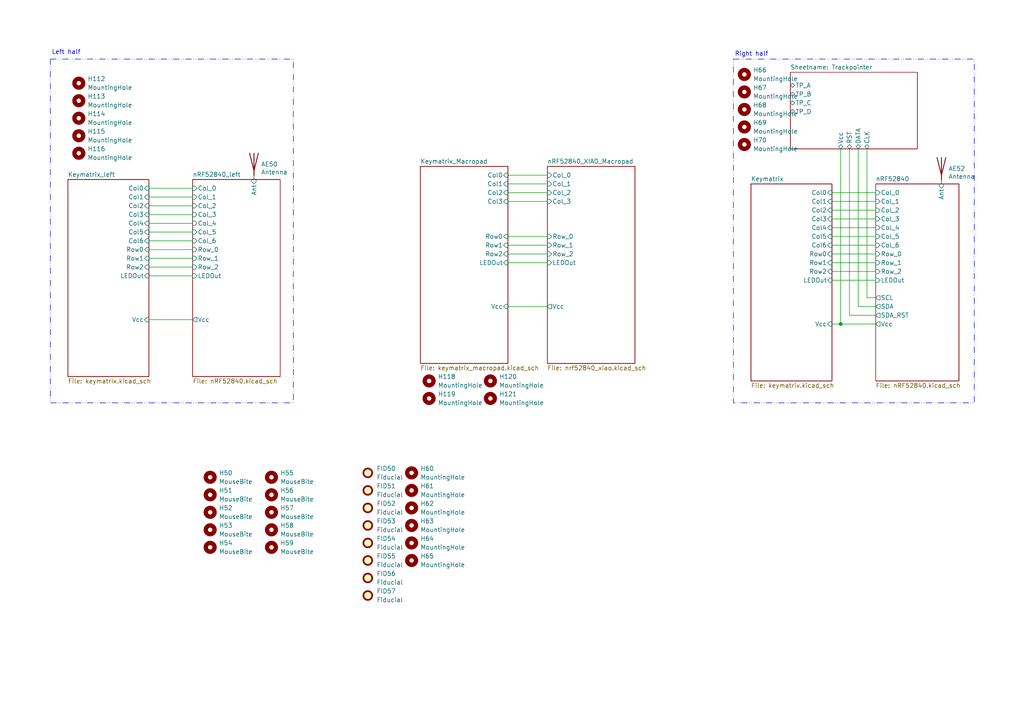
<source format=kicad_sch>
(kicad_sch (version 20250114) (generator "eeschema") (generator_version "9.0")
  (paper "A4")
  (lib_symbols
    (symbol "Device:Antenna" (pin_numbers (hide yes)) (pin_names (offset 1.016) (hide yes))
      (property "Reference" "AE" (at -1.905 1.905 0))
      (property "Value" "Antenna" (at -1.905 0 0))
      (symbol "Antenna_0_1"
        (polyline (pts (xy 0 2.54) (xy 0 -3.81)) (stroke (width 0.254)))
        (polyline (pts (xy 1.27 2.54) (xy 0 -2.54) (xy -1.27 2.54)) (stroke (width 0.254)))
      )
      (symbol "Antenna_1_1"
        (pin input line (at 0 -5.08 90) (length 2.54) (name "A") (number "1"))
      )
    )
    (symbol "Mechanical:Fiducial" (exclude_from_sim yes) (in_bom no)
      (property "Reference" "FID" (at 0 5.08 0))
      (property "Value" "Fiducial" (at 0 3.175 0))
      (symbol "Fiducial_0_1"
        (circle (center 0 0) (radius 1.27) (stroke (width 0.508)) (fill (type background)))
      )
    )
    (symbol "Mechanical:MountingHole" (pin_names (offset 1.016)) (exclude_from_sim yes) (in_bom no)
      (property "Reference" "H" (at 0 5.08 0))
      (property "Value" "MountingHole" (at 0 3.175 0))
      (symbol "MountingHole_0_1"
        (circle (center 0 0) (radius 1.27) (stroke (width 1.27)))
      )
    )
  )
  (rectangle (start 212.725 17.145) (end 282.575 116.84) (stroke (width 0) (type dash_dot_dot)))
  (rectangle (start 14.605 17.145) (end 85.09 116.84) (stroke (width 0) (type dash_dot_dot)))
  (text "Right half" (at 213.106 15.748 0) (effects (font (size 1.27 1.27)) (justify left)))
  (text "Left half	" (at 14.986 15.24 0) (effects (font (size 1.27 1.27)) (justify left)))
  (junction (at 243.84 93.98))
  (wire (pts (xy 246.38 91.44) (xy 254 91.44)))
  (wire (pts (xy 43.18 72.39) (xy 55.88 72.39)))
  (wire (pts (xy 147.32 71.12) (xy 158.75 71.12)))
  (wire (pts (xy 241.3 73.66) (xy 254 73.66)))
  (wire (pts (xy 147.32 73.66) (xy 158.75 73.66)))
  (wire (pts (xy 241.3 66.04) (xy 254 66.04)))
  (wire (pts (xy 246.38 43.18) (xy 246.38 91.44)))
  (wire (pts (xy 43.18 59.69) (xy 55.88 59.69)))
  (wire (pts (xy 147.32 53.34) (xy 158.75 53.34)))
  (wire (pts (xy 43.18 74.93) (xy 55.88 74.93)))
  (wire (pts (xy 241.3 58.42) (xy 254 58.42)))
  (wire (pts (xy 241.3 76.2) (xy 254 76.2)))
  (wire (pts (xy 248.92 88.9) (xy 248.92 43.18)))
  (wire (pts (xy 254 93.98) (xy 243.84 93.98)))
  (wire (pts (xy 241.3 55.88) (xy 254 55.88)))
  (wire (pts (xy 43.18 92.71) (xy 55.88 92.71)))
  (wire (pts (xy 243.84 43.18) (xy 243.84 93.98)))
  (wire (pts (xy 251.46 43.18) (xy 251.46 86.36)))
  (wire (pts (xy 43.18 67.31) (xy 55.88 67.31)))
  (wire (pts (xy 241.3 81.28) (xy 254 81.28)))
  (wire (pts (xy 241.3 71.12) (xy 254 71.12)))
  (wire (pts (xy 241.3 93.98) (xy 243.84 93.98)))
  (wire (pts (xy 147.32 76.2) (xy 158.75 76.2)))
  (wire (pts (xy 147.32 68.58) (xy 158.75 68.58)))
  (wire (pts (xy 43.18 80.01) (xy 55.88 80.01)))
  (wire (pts (xy 43.18 62.23) (xy 55.88 62.23)))
  (wire (pts (xy 241.3 60.96) (xy 254 60.96)))
  (wire (pts (xy 251.46 86.36) (xy 254 86.36)))
  (wire (pts (xy 241.3 68.58) (xy 254 68.58)))
  (wire (pts (xy 43.18 69.85) (xy 55.88 69.85)))
  (wire (pts (xy 43.18 57.15) (xy 55.88 57.15)))
  (wire (pts (xy 147.32 58.42) (xy 158.75 58.42)))
  (wire (pts (xy 147.32 55.88) (xy 158.75 55.88)))
  (wire (pts (xy 147.32 88.9) (xy 158.75 88.9)))
  (wire (pts (xy 241.3 78.74) (xy 254 78.74)))
  (wire (pts (xy 241.3 63.5) (xy 254 63.5)))
  (wire (pts (xy 43.18 77.47) (xy 55.88 77.47)))
  (wire (pts (xy 147.32 50.8) (xy 158.75 50.8)))
  (wire (pts (xy 43.18 54.61) (xy 55.88 54.61)))
  (wire (pts (xy 43.18 64.77) (xy 55.88 64.77)))
  (wire (pts (xy 254 88.9) (xy 248.92 88.9)))
  (symbol (lib_id "Mechanical:MountingHole") (at 119.38 152.4 0) (unit 1) (exclude_from_sim yes) (in_bom no)
    (property "Reference" "H63" (at 121.92 151.1299 0) (effects (justify left)))
    (property "Value" "MountingHole" (at 121.92 153.6699 0) (effects (justify left)))
    (property "Footprint" "MountingHole:MountingHole_2.1mm" (effects (hide yes)))
    (property "Description" "Mounting Hole without connection" (effects (hide yes)))
  )
  (symbol (lib_id "Mechanical:Fiducial") (at 106.68 162.56 0) (unit 1) (exclude_from_sim yes) (in_bom no)
    (property "Reference" "FID55" (at 109.22 161.2899 0) (effects (justify left)))
    (property "Value" "Fiducial" (at 109.22 163.8299 0) (effects (justify left)))
    (property "Footprint" "Fiducial:Fiducial_0.5mm_Mask1.5mm" (effects (hide yes)))
    (property "Description" "Fiducial Marker" (effects (hide yes)))
  )
  (symbol (lib_id "Mechanical:MountingHole") (at 22.86 29.21 0) (unit 1) (exclude_from_sim yes) (in_bom no)
    (property "Reference" "H113" (at 25.4 27.9399 0) (effects (justify left)))
    (property "Value" "MountingHole" (at 25.4 30.4799 0) (effects (justify left)))
    (property "Footprint" "MountingHole:MountingHole_2.2mm_M2_DIN965" (effects (hide yes)))
    (property "Description" "Mounting Hole without connection" (effects (hide yes)))
  )
  (symbol (lib_id "Mechanical:MountingHole") (at 215.9 41.91 0) (unit 1) (exclude_from_sim yes) (in_bom no)
    (property "Reference" "H70" (at 218.44 40.6399 0) (effects (justify left)))
    (property "Value" "MountingHole" (at 218.44 43.1799 0) (effects (justify left)))
    (property "Footprint" "MountingHole:MountingHole_2.2mm_M2_DIN965" (effects (hide yes)))
    (property "Description" "Mounting Hole without connection" (effects (hide yes)))
  )
  (symbol (lib_id "Mechanical:MountingHole") (at 215.9 31.75 0) (unit 1) (exclude_from_sim yes) (in_bom no)
    (property "Reference" "H68" (at 218.44 30.4799 0) (effects (justify left)))
    (property "Value" "MountingHole" (at 218.44 33.0199 0) (effects (justify left)))
    (property "Footprint" "MountingHole:MountingHole_2.2mm_M2_DIN965" (effects (hide yes)))
    (property "Description" "Mounting Hole without connection" (effects (hide yes)))
  )
  (symbol (lib_id "Mechanical:MountingHole") (at 78.74 153.67 0) (unit 1) (exclude_from_sim yes) (in_bom no)
    (property "Reference" "H58" (at 81.28 152.3999 0) (effects (justify left)))
    (property "Value" "MouseBite" (at 81.28 154.9399 0) (effects (justify left)))
    (property "Footprint" "mouse-bite:mouse-bite-5mm-10mm" (effects (hide yes)))
    (property "Description" "Mounting Hole without connection" (effects (hide yes)))
  )
  (symbol (lib_id "Mechanical:MountingHole") (at 60.96 148.59 0) (unit 1) (exclude_from_sim yes) (in_bom no)
    (property "Reference" "H52" (at 63.5 147.3199 0) (effects (justify left)))
    (property "Value" "MouseBite" (at 63.5 149.8599 0) (effects (justify left)))
    (property "Footprint" "mouse-bite:mouse-bite-5mm-10mm" (effects (hide yes)))
    (property "Description" "Mounting Hole without connection" (effects (hide yes)))
  )
  (symbol (lib_id "Mechanical:MountingHole") (at 22.86 39.37 0) (unit 1) (exclude_from_sim yes) (in_bom no)
    (property "Reference" "H115" (at 25.4 38.0999 0) (effects (justify left)))
    (property "Value" "MountingHole" (at 25.4 40.6399 0) (effects (justify left)))
    (property "Footprint" "MountingHole:MountingHole_2.2mm_M2_DIN965" (effects (hide yes)))
    (property "Description" "Mounting Hole without connection" (effects (hide yes)))
  )
  (symbol (lib_id "Mechanical:MountingHole") (at 78.74 138.43 0) (unit 1) (exclude_from_sim yes) (in_bom no)
    (property "Reference" "H55" (at 81.28 137.1599 0) (effects (justify left)))
    (property "Value" "MouseBite" (at 81.28 139.6999 0) (effects (justify left)))
    (property "Footprint" "mouse-bite:mouse-bite-5mm-10mm" (effects (hide yes)))
    (property "Description" "Mounting Hole without connection" (effects (hide yes)))
  )
  (symbol (lib_id "Mechanical:Fiducial") (at 106.68 137.16 0) (unit 1) (exclude_from_sim yes) (in_bom no)
    (property "Reference" "FID50" (at 109.22 135.8899 0) (effects (justify left)))
    (property "Value" "Fiducial" (at 109.22 138.4299 0) (effects (justify left)))
    (property "Footprint" "Fiducial:Fiducial_0.5mm_Mask1.5mm" (effects (hide yes)))
    (property "Description" "Fiducial Marker" (effects (hide yes)))
  )
  (symbol (lib_id "Mechanical:MountingHole") (at 215.9 26.67 0) (unit 1) (exclude_from_sim yes) (in_bom no)
    (property "Reference" "H67" (at 218.44 25.3999 0) (effects (justify left)))
    (property "Value" "MountingHole" (at 218.44 27.9399 0) (effects (justify left)))
    (property "Footprint" "MountingHole:MountingHole_2.2mm_M2_DIN965" (effects (hide yes)))
    (property "Description" "Mounting Hole without connection" (effects (hide yes)))
  )
  (symbol (lib_id "Mechanical:MountingHole") (at 119.38 147.32 0) (unit 1) (exclude_from_sim yes) (in_bom no)
    (property "Reference" "H62" (at 121.92 146.0499 0) (effects (justify left)))
    (property "Value" "MountingHole" (at 121.92 148.5899 0) (effects (justify left)))
    (property "Footprint" "MountingHole:MountingHole_2.1mm" (effects (hide yes)))
    (property "Description" "Mounting Hole without connection" (effects (hide yes)))
  )
  (symbol (lib_id "Mechanical:MountingHole") (at 142.24 110.49 0) (unit 1) (exclude_from_sim yes)
    (property "Reference" "H120" (at 144.78 109.2199 0) (effects (justify left)))
    (property "Value" "MountingHole" (at 144.78 111.7599 0) (effects (justify left)))
    (property "Footprint" "Keyboard:SMTSO_M2_C4_2+C2.7_1.5" (effects (hide yes)))
    (property "Description" "Mounting Hole without connection" (effects (hide yes)))
  )
  (symbol (lib_id "Mechanical:MountingHole") (at 119.38 142.24 0) (unit 1) (exclude_from_sim yes) (in_bom no)
    (property "Reference" "H61" (at 121.92 140.9699 0) (effects (justify left)))
    (property "Value" "MountingHole" (at 121.92 143.5099 0) (effects (justify left)))
    (property "Footprint" "MountingHole:MountingHole_2.1mm" (effects (hide yes)))
    (property "Description" "Mounting Hole without connection" (effects (hide yes)))
  )
  (symbol (lib_id "Mechanical:Fiducial") (at 106.68 157.48 0) (unit 1) (exclude_from_sim yes) (in_bom no)
    (property "Reference" "FID54" (at 109.22 156.2099 0) (effects (justify left)))
    (property "Value" "Fiducial" (at 109.22 158.7499 0) (effects (justify left)))
    (property "Footprint" "Fiducial:Fiducial_0.5mm_Mask1.5mm" (effects (hide yes)))
    (property "Description" "Fiducial Marker" (effects (hide yes)))
  )
  (symbol (lib_id "Mechanical:Fiducial") (at 106.68 152.4 0) (unit 1) (exclude_from_sim yes) (in_bom no)
    (property "Reference" "FID53" (at 109.22 151.1299 0) (effects (justify left)))
    (property "Value" "Fiducial" (at 109.22 153.6699 0) (effects (justify left)))
    (property "Footprint" "Fiducial:Fiducial_0.5mm_Mask1.5mm" (effects (hide yes)))
    (property "Description" "Fiducial Marker" (effects (hide yes)))
  )
  (symbol (lib_id "Mechanical:MountingHole") (at 60.96 153.67 0) (unit 1) (exclude_from_sim yes) (in_bom no)
    (property "Reference" "H53" (at 63.5 152.3999 0) (effects (justify left)))
    (property "Value" "MouseBite" (at 63.5 154.9399 0) (effects (justify left)))
    (property "Footprint" "mouse-bite:mouse-bite-5mm-10mm" (effects (hide yes)))
    (property "Description" "Mounting Hole without connection" (effects (hide yes)))
  )
  (symbol (lib_id "Mechanical:MountingHole") (at 78.74 148.59 0) (unit 1) (exclude_from_sim yes) (in_bom no)
    (property "Reference" "H57" (at 81.28 147.3199 0) (effects (justify left)))
    (property "Value" "MouseBite" (at 81.28 149.8599 0) (effects (justify left)))
    (property "Footprint" "mouse-bite:mouse-bite-5mm-10mm" (effects (hide yes)))
    (property "Description" "Mounting Hole without connection" (effects (hide yes)))
  )
  (symbol (lib_id "Mechanical:MountingHole") (at 124.46 110.49 90) (unit 1) (exclude_from_sim yes)
    (property "Reference" "H118" (at 127 109.2199 90) (effects (justify right)))
    (property "Value" "MountingHole" (at 127 111.7599 90) (effects (justify right)))
    (property "Footprint" "Keyboard:SMTSO_M2_C4_2+C2.7_1.5" (effects (hide yes)))
    (property "Description" "Mounting Hole without connection" (effects (hide yes)))
  )
  (symbol (lib_id "Mechanical:MountingHole") (at 119.38 157.48 0) (unit 1) (exclude_from_sim yes) (in_bom no)
    (property "Reference" "H64" (at 121.92 156.2099 0) (effects (justify left)))
    (property "Value" "MountingHole" (at 121.92 158.7499 0) (effects (justify left)))
    (property "Footprint" "MountingHole:MountingHole_2.1mm" (effects (hide yes)))
    (property "Description" "Mounting Hole without connection" (effects (hide yes)))
  )
  (symbol (lib_id "Mechanical:MountingHole") (at 22.86 34.29 0) (unit 1) (exclude_from_sim yes) (in_bom no)
    (property "Reference" "H114" (at 25.4 33.0199 0) (effects (justify left)))
    (property "Value" "MountingHole" (at 25.4 35.5599 0) (effects (justify left)))
    (property "Footprint" "MountingHole:MountingHole_2.2mm_M2_DIN965" (effects (hide yes)))
    (property "Description" "Mounting Hole without connection" (effects (hide yes)))
  )
  (symbol (lib_id "Mechanical:MountingHole") (at 124.46 115.57 0) (unit 1) (exclude_from_sim yes)
    (property "Reference" "H119" (at 127 114.2999 0) (effects (justify left)))
    (property "Value" "MountingHole" (at 127 116.8399 0) (effects (justify left)))
    (property "Footprint" "Keyboard:SMTSO_M2_C4_2+C2.7_1.5" (effects (hide yes)))
    (property "Description" "Mounting Hole without connection" (effects (hide yes)))
  )
  (symbol (lib_id "Mechanical:MountingHole") (at 60.96 158.75 0) (unit 1) (exclude_from_sim yes) (in_bom no)
    (property "Reference" "H54" (at 63.5 157.4799 0) (effects (justify left)))
    (property "Value" "MouseBite" (at 63.5 160.0199 0) (effects (justify left)))
    (property "Footprint" "mouse-bite:mouse-bite-5mm-10mm" (effects (hide yes)))
    (property "Description" "Mounting Hole without connection" (effects (hide yes)))
  )
  (symbol (lib_id "Mechanical:MountingHole") (at 215.9 36.83 0) (unit 1) (exclude_from_sim yes) (in_bom no)
    (property "Reference" "H69" (at 218.44 35.5599 0) (effects (justify left)))
    (property "Value" "MountingHole" (at 218.44 38.0999 0) (effects (justify left)))
    (property "Footprint" "MountingHole:MountingHole_2.2mm_M2_DIN965" (effects (hide yes)))
    (property "Description" "Mounting Hole without connection" (effects (hide yes)))
  )
  (symbol (lib_id "Mechanical:MountingHole") (at 22.86 44.45 0) (unit 1) (exclude_from_sim yes) (in_bom no)
    (property "Reference" "H116" (at 25.4 43.1799 0) (effects (justify left)))
    (property "Value" "MountingHole" (at 25.4 45.7199 0) (effects (justify left)))
    (property "Footprint" "MountingHole:MountingHole_2.2mm_M2_DIN965" (effects (hide yes)))
    (property "Description" "Mounting Hole without connection" (effects (hide yes)))
  )
  (symbol (lib_id "Mechanical:Fiducial") (at 106.68 142.24 0) (unit 1) (exclude_from_sim yes) (in_bom no)
    (property "Reference" "FID51" (at 109.22 140.9699 0) (effects (justify left)))
    (property "Value" "Fiducial" (at 109.22 143.5099 0) (effects (justify left)))
    (property "Footprint" "Fiducial:Fiducial_0.5mm_Mask1.5mm" (effects (hide yes)))
    (property "Description" "Fiducial Marker" (effects (hide yes)))
  )
  (symbol (lib_id "Device:Antenna") (at 73.66 46.99 0) (unit 1) (in_bom no)
    (property "Reference" "AE50" (at 75.6921 47.6261 0) (effects (justify left)))
    (property "Value" "Antenna" (at 75.6921 49.9248 0) (effects (justify left)))
    (property "Footprint" "Mikoto:2.4GHz-meander-antenna-v2-right" (effects (hide yes)))
  )
  (symbol (lib_id "Mechanical:MountingHole") (at 60.96 138.43 0) (unit 1) (exclude_from_sim yes) (in_bom no)
    (property "Reference" "H50" (at 63.5 137.1599 0) (effects (justify left)))
    (property "Value" "MouseBite" (at 63.5 139.6999 0) (effects (justify left)))
    (property "Footprint" "mouse-bite:mouse-bite-5mm-10mm" (effects (hide yes)))
    (property "Description" "Mounting Hole without connection" (effects (hide yes)))
  )
  (symbol (lib_id "Mechanical:MountingHole") (at 142.24 115.57 0) (unit 1) (exclude_from_sim yes)
    (property "Reference" "H121" (at 144.78 114.2999 0) (effects (justify left)))
    (property "Value" "MountingHole" (at 144.78 116.8399 0) (effects (justify left)))
    (property "Footprint" "Keyboard:SMTSO_M2_C4_2+C2.7_1.5" (effects (hide yes)))
    (property "Description" "Mounting Hole without connection" (effects (hide yes)))
  )
  (symbol (lib_id "Mechanical:MountingHole") (at 119.38 137.16 0) (unit 1) (exclude_from_sim yes) (in_bom no)
    (property "Reference" "H60" (at 121.92 135.8899 0) (effects (justify left)))
    (property "Value" "MountingHole" (at 121.92 138.4299 0) (effects (justify left)))
    (property "Footprint" "MountingHole:MountingHole_2.1mm" (effects (hide yes)))
    (property "Description" "Mounting Hole without connection" (effects (hide yes)))
  )
  (symbol (lib_id "Mechanical:MountingHole") (at 119.38 162.56 0) (unit 1) (exclude_from_sim yes) (in_bom no)
    (property "Reference" "H65" (at 121.92 161.2899 0) (effects (justify left)))
    (property "Value" "MountingHole" (at 121.92 163.8299 0) (effects (justify left)))
    (property "Footprint" "MountingHole:MountingHole_2.1mm" (effects (hide yes)))
    (property "Description" "Mounting Hole without connection" (effects (hide yes)))
  )
  (symbol (lib_id "Device:Antenna") (at 273.05 48.26 0) (unit 1) (in_bom no)
    (property "Reference" "AE52" (at 275.0821 48.8961 0) (effects (justify left)))
    (property "Value" "Antenna" (at 275.0821 51.1948 0) (effects (justify left)))
    (property "Footprint" "Mikoto:2.4GHz-meander-antenna-v2-right" (effects (hide yes)))
  )
  (symbol (lib_id "Mechanical:MountingHole") (at 60.96 143.51 0) (unit 1) (exclude_from_sim yes) (in_bom no)
    (property "Reference" "H51" (at 63.5 142.2399 0) (effects (justify left)))
    (property "Value" "MouseBite" (at 63.5 144.7799 0) (effects (justify left)))
    (property "Footprint" "mouse-bite:mouse-bite-5mm-10mm" (effects (hide yes)))
    (property "Description" "Mounting Hole without connection" (effects (hide yes)))
  )
  (symbol (lib_id "Mechanical:MountingHole") (at 22.86 24.13 0) (unit 1) (exclude_from_sim yes) (in_bom no)
    (property "Reference" "H112" (at 25.4 22.8599 0) (effects (justify left)))
    (property "Value" "MountingHole" (at 25.4 25.3999 0) (effects (justify left)))
    (property "Footprint" "MountingHole:MountingHole_2.2mm_M2_DIN965" (effects (hide yes)))
    (property "Description" "Mounting Hole without connection" (effects (hide yes)))
  )
  (symbol (lib_id "Mechanical:Fiducial") (at 106.68 167.64 0) (unit 1) (exclude_from_sim yes) (in_bom no)
    (property "Reference" "FID56" (at 109.22 166.3699 0) (effects (justify left)))
    (property "Value" "Fiducial" (at 109.22 168.9099 0) (effects (justify left)))
    (property "Footprint" "Fiducial:Fiducial_0.5mm_Mask1.5mm" (effects (hide yes)))
    (property "Description" "Fiducial Marker" (effects (hide yes)))
  )
  (symbol (lib_id "Mechanical:MountingHole") (at 78.74 158.75 0) (unit 1) (exclude_from_sim yes) (in_bom no)
    (property "Reference" "H59" (at 81.28 157.4799 0) (effects (justify left)))
    (property "Value" "MouseBite" (at 81.28 160.0199 0) (effects (justify left)))
    (property "Footprint" "mouse-bite:mouse-bite-5mm-10mm" (effects (hide yes)))
    (property "Description" "Mounting Hole without connection" (effects (hide yes)))
  )
  (symbol (lib_id "Mechanical:MountingHole") (at 78.74 143.51 0) (unit 1) (exclude_from_sim yes) (in_bom no)
    (property "Reference" "H56" (at 81.28 142.2399 0) (effects (justify left)))
    (property "Value" "MouseBite" (at 81.28 144.7799 0) (effects (justify left)))
    (property "Footprint" "mouse-bite:mouse-bite-5mm-10mm" (effects (hide yes)))
    (property "Description" "Mounting Hole without connection" (effects (hide yes)))
  )
  (symbol (lib_id "Mechanical:Fiducial") (at 106.68 172.72 0) (unit 1) (exclude_from_sim yes) (in_bom no)
    (property "Reference" "FID57" (at 109.22 171.4499 0) (effects (justify left)))
    (property "Value" "Fiducial" (at 109.22 173.9899 0) (effects (justify left)))
    (property "Footprint" "Fiducial:Fiducial_0.5mm_Mask1.5mm" (effects (hide yes)))
    (property "Description" "Fiducial Marker" (effects (hide yes)))
  )
  (symbol (lib_id "Mechanical:Fiducial") (at 106.68 147.32 0) (unit 1) (exclude_from_sim yes) (in_bom no)
    (property "Reference" "FID52" (at 109.22 146.0499 0) (effects (justify left)))
    (property "Value" "Fiducial" (at 109.22 148.5899 0) (effects (justify left)))
    (property "Footprint" "Fiducial:Fiducial_0.5mm_Mask1.5mm" (effects (hide yes)))
    (property "Description" "Fiducial Marker" (effects (hide yes)))
  )
  (symbol (lib_id "Mechanical:MountingHole") (at 215.9 21.59 0) (unit 1) (exclude_from_sim yes) (in_bom no)
    (property "Reference" "H66" (at 218.44 20.3199 0) (effects (justify left)))
    (property "Value" "MountingHole" (at 218.44 22.8599 0) (effects (justify left)))
    (property "Footprint" "MountingHole:MountingHole_2.2mm_M2_DIN965" (effects (hide yes)))
    (property "Description" "Mounting Hole without connection" (effects (hide yes)))
  )
  (sheet (at 217.805 53.34) (size 23.495 57.15) (stroke (width 0.1524))
    (property "Sheetname" "Keymatrix" (at 217.805 52.6284 0) (effects (justify left bottom)))
    (property "Sheetfile" "keymatrix.kicad_sch" (at 217.805 111.0746 0) (effects (justify left top)))
    (pin "Col0" input (at 241.3 55.88 0))
    (pin "Col2" input (at 241.3 60.96 0))
    (pin "Col1" input (at 241.3 58.42 0))
    (pin "Col3" input (at 241.3 63.5 0))
    (pin "Col4" input (at 241.3 66.04 0))
    (pin "Col5" input (at 241.3 68.58 0))
    (pin "Col6" input (at 241.3 71.12 0))
    (pin "Row0" input (at 241.3 73.66 0))
    (pin "Row1" input (at 241.3 76.2 0))
    (pin "Row2" input (at 241.3 78.74 0))
    (pin "Vcc" input (at 241.3 93.98 0))
    (pin "LEDOut" input (at 241.3 81.28 0))
  )
  (sheet (at 121.92 48.26) (size 25.4 57.15) (stroke (width 0.1524))
    (property "Sheetname" "Keymatrix_Macropad" (at 121.92 47.5484 0) (effects (justify left bottom)))
    (property "Sheetfile" "keymatrix_macropad.kicad_sch" (at 121.92 105.9946 0) (effects (justify left top)))
    (pin "Col0" input (at 147.32 50.8 0))
    (pin "Col1" input (at 147.32 53.34 0))
    (pin "Col2" input (at 147.32 55.88 0))
    (pin "Col3" input (at 147.32 58.42 0))
    (pin "LEDOut" input (at 147.32 76.2 0))
    (pin "Vcc" input (at 147.32 88.9 0))
    (pin "Row0" input (at 147.32 68.58 0))
    (pin "Row1" input (at 147.32 71.12 0))
    (pin "Row2" input (at 147.32 73.66 0))
  )
  (sheet (at 19.685 52.07) (size 23.495 57.15) (stroke (width 0.1524))
    (property "Sheetname" "Keymatrix_left" (at 19.685 51.3584 0) (effects (justify left bottom)))
    (property "Sheetfile" "keymatrix.kicad_sch" (at 19.685 109.8046 0) (effects (justify left top)))
    (pin "Col0" input (at 43.18 54.61 0))
    (pin "Col2" input (at 43.18 59.69 0))
    (pin "Col1" input (at 43.18 57.15 0))
    (pin "Col3" input (at 43.18 62.23 0))
    (pin "Col4" input (at 43.18 64.77 0))
    (pin "Col5" input (at 43.18 67.31 0))
    (pin "Col6" input (at 43.18 69.85 0))
    (pin "Row0" input (at 43.18 72.39 0))
    (pin "Row1" input (at 43.18 74.93 0))
    (pin "Row2" input (at 43.18 77.47 0))
    (pin "Vcc" input (at 43.18 92.71 0))
    (pin "LEDOut" input (at 43.18 80.01 0))
  )
  (sheet (at 55.88 52.07) (size 25.4 57.15) (stroke (width 0.1524))
    (property "Sheetname" "nRF52840_left" (at 55.88 51.3584 0) (effects (justify left bottom)))
    (property "Sheetfile" "nRF52840.kicad_sch" (at 55.88 109.8046 0) (effects (justify left top)))
    (pin "Col_0" input (at 55.88 54.61 180))
    (pin "Col_1" input (at 55.88 57.15 180))
    (pin "Col_2" input (at 55.88 59.69 180))
    (pin "Col_3" input (at 55.88 62.23 180))
    (pin "Col_4" input (at 55.88 64.77 180))
    (pin "Col_5" input (at 55.88 67.31 180))
    (pin "Col_6" input (at 55.88 69.85 180))
    (pin "Row_0" input (at 55.88 72.39 180))
    (pin "Row_1" input (at 55.88 74.93 180))
    (pin "Row_2" input (at 55.88 77.47 180))
    (pin "Vcc" output (at 55.88 92.71 180))
    (pin "LEDOut" input (at 55.88 80.01 180))
    (pin "Ant" input (at 73.66 52.07 90))
  )
  (sheet (at 229.235 20.955) (size 36.83 22.225) (stroke (width 0.1524))
    (property "Sheetname" "Trackpointer" (at 229.235 20.2434 0) (show_name yes) (effects (justify left bottom)))
    (property "Sheetfile" "T460s.kicad_sch" (effects (hide yes)))
    (pin "TP_A" bidirectional (at 229.235 24.765 180))
    (pin "DATA" bidirectional (at 248.92 43.18 270))
    (pin "CLK" bidirectional (at 251.46 43.18 270))
    (pin "RST" bidirectional (at 246.38 43.18 270))
    (pin "TP_D" bidirectional (at 229.235 32.385 180))
    (pin "Vcc" bidirectional (at 243.84 43.18 270))
    (pin "TP_C" bidirectional (at 229.235 29.845 180))
    (pin "TP_B" bidirectional (at 229.235 27.305 180))
  )
  (sheet (at 158.75 48.26) (size 25.4 57.15) (stroke (width 0.1524))
    (property "Sheetname" "nRF52840_XIAO_Macropad" (at 158.75 47.5484 0) (effects (justify left bottom)))
    (property "Sheetfile" "nrf52840_xiao.kicad_sch" (at 158.75 105.9946 0) (effects (justify left top)))
    (pin "Row_1" input (at 158.75 71.12 180))
    (pin "Row_2" input (at 158.75 73.66 180))
    (pin "Row_0" input (at 158.75 68.58 180))
    (pin "Col_2" input (at 158.75 55.88 180))
    (pin "Col_1" input (at 158.75 53.34 180))
    (pin "Col_3" input (at 158.75 58.42 180))
    (pin "Col_0" input (at 158.75 50.8 180))
    (pin "Vcc" output (at 158.75 88.9 180))
    (pin "LEDOut" input (at 158.75 76.2 180))
  )
  (sheet (at 254 53.34) (size 24.13 57.15) (stroke (width 0.1524))
    (property "Sheetname" "nRF52840" (at 254 52.6284 0) (effects (justify left bottom)))
    (property "Sheetfile" "nRF52840.kicad_sch" (at 254 111.0746 0) (effects (justify left top)))
    (pin "Col_0" input (at 254 55.88 180))
    (pin "Col_1" input (at 254 58.42 180))
    (pin "Col_2" input (at 254 60.96 180))
    (pin "Col_3" input (at 254 63.5 180))
    (pin "Col_4" input (at 254 66.04 180))
    (pin "Col_5" input (at 254 68.58 180))
    (pin "Col_6" input (at 254 71.12 180))
    (pin "Row_0" input (at 254 73.66 180))
    (pin "Row_1" input (at 254 76.2 180))
    (pin "Row_2" input (at 254 78.74 180))
    (pin "SCL" output (at 254 86.36 180))
    (pin "SDA" output (at 254 88.9 180))
    (pin "SDA_RST" output (at 254 91.44 180))
    (pin "Vcc" output (at 254 93.98 180))
    (pin "LEDOut" input (at 254 81.28 180))
    (pin "Ant" input (at 273.05 53.34 90))
  )
)
</source>
